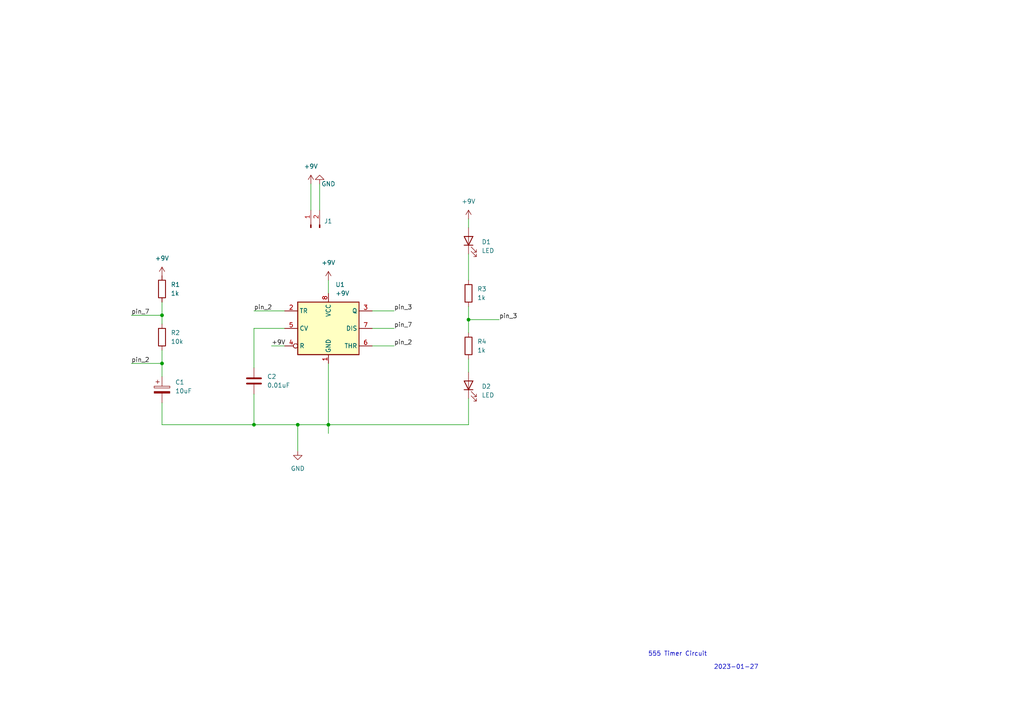
<source format=kicad_sch>
(kicad_sch (version 20211123) (generator eeschema)
  (paper "A4")
  (lib_symbols
    (symbol "Connector:Conn_01x02_Male" (pin_names (offset 1.016) hide)
      (property "Reference" "J" (at 0 2.54 0))
      (property "Value" "Conn_01x02_Male" (at 0 -5.08 0))
      (symbol "Conn_01x02_Male_1_1"
        (polyline (pts (xy 1.27 -2.54) (xy 0.8636 -2.54)) (stroke (width 0.1524)))
        (polyline (pts (xy 1.27 0) (xy 0.8636 0)) (stroke (width 0.1524)))
        (rectangle (start 0.8636 -2.413) (end 0 -2.667) (stroke (width 0.1524)) (fill (type outline)))
        (rectangle (start 0.8636 0.127) (end 0 -0.127) (stroke (width 0.1524)) (fill (type outline)))
        (pin passive line (at 5.08 0 180) (length 3.81) (name "Pin_1") (number "1"))
        (pin passive line (at 5.08 -2.54 180) (length 3.81) (name "Pin_2") (number "2"))
      )
    )
    (symbol "Device:C" (pin_numbers hide) (pin_names (offset 0.254))
      (property "Reference" "C" (at 0.635 2.54 0))
      (property "Value" "C" (at 0.635 -2.54 0))
      (symbol "C_0_1"
        (polyline (pts (xy -2.032 -0.762) (xy 2.032 -0.762)) (stroke (width 0.508)))
        (polyline (pts (xy -2.032 0.762) (xy 2.032 0.762)) (stroke (width 0.508)))
      )
      (symbol "C_1_1"
        (pin passive line (at 0 3.81 270) (length 2.794) (name "~") (number "1"))
        (pin passive line (at 0 -3.81 90) (length 2.794) (name "~") (number "2"))
      )
    )
    (symbol "Device:C_Polarized" (pin_numbers hide) (pin_names (offset 0.254))
      (property "Reference" "C" (at 0.635 2.54 0))
      (property "Value" "C_Polarized" (at 0.635 -2.54 0))
      (symbol "C_Polarized_0_1"
        (rectangle (start -2.286 0.508) (end 2.286 1.016))
        (polyline (pts (xy -1.778 2.286) (xy -0.762 2.286)))
        (polyline (pts (xy -1.27 2.794) (xy -1.27 1.778)))
        (rectangle (start 2.286 -0.508) (end -2.286 -1.016) (fill (type outline)))
      )
      (symbol "C_Polarized_1_1"
        (pin passive line (at 0 3.81 270) (length 2.794) (name "~") (number "1"))
        (pin passive line (at 0 -3.81 90) (length 2.794) (name "~") (number "2"))
      )
    )
    (symbol "Device:LED" (pin_numbers hide) (pin_names (offset 1.016) hide)
      (property "Reference" "D" (at 0 2.54 0))
      (property "Value" "LED" (at 0 -2.54 0))
      (symbol "LED_0_1"
        (polyline (pts (xy -1.27 -1.27) (xy -1.27 1.27)) (stroke (width 0.254)))
        (polyline (pts (xy -1.27 0) (xy 1.27 0)))
        (polyline (pts (xy 1.27 -1.27) (xy 1.27 1.27) (xy -1.27 0) (xy 1.27 -1.27)) (stroke (width 0.254)))
        (polyline (pts (xy -3.048 -0.762) (xy -4.572 -2.286) (xy -3.81 -2.286) (xy -4.572 -2.286) (xy -4.572 -1.524)))
        (polyline (pts (xy -1.778 -0.762) (xy -3.302 -2.286) (xy -2.54 -2.286) (xy -3.302 -2.286) (xy -3.302 -1.524)))
      )
      (symbol "LED_1_1"
        (pin passive line (at -3.81 0 0) (length 2.54) (name "K") (number "1"))
        (pin passive line (at 3.81 0 180) (length 2.54) (name "A") (number "2"))
      )
    )
    (symbol "Device:R" (pin_numbers hide) (pin_names (offset 0))
      (property "Reference" "R" (at 2.032 0 90))
      (property "Value" "R" (at 0 0 90))
      (symbol "R_0_1"
        (rectangle (start -1.016 -2.54) (end 1.016 2.54) (stroke (width 0.254)))
      )
      (symbol "R_1_1"
        (pin passive line (at 0 3.81 270) (length 1.27) (name "~") (number "1"))
        (pin passive line (at 0 -3.81 90) (length 1.27) (name "~") (number "2"))
      )
    )
    (symbol "Timer:NE555D"
      (property "Reference" "U" (at -10.16 8.89 0))
      (property "Value" "NE555D" (at 2.54 8.89 0))
      (symbol "NE555D_0_0"
        (pin power_in line (at 0 -10.16 90) (length 2.54) (name "GND") (number "1"))
        (pin power_in line (at 0 10.16 270) (length 2.54) (name "VCC") (number "8"))
      )
      (symbol "NE555D_0_1"
        (rectangle (start -8.89 -7.62) (end 8.89 7.62) (stroke (width 0.254)) (fill (type background)))
        (rectangle (start -8.89 -7.62) (end 8.89 7.62) (stroke (width 0.254)) (fill (type background)))
      )
      (symbol "NE555D_1_1"
        (pin input line (at -12.7 5.08 0) (length 3.81) (name "TR") (number "2"))
        (pin output line (at 12.7 5.08 180) (length 3.81) (name "Q") (number "3"))
        (pin input inverted (at -12.7 -5.08 0) (length 3.81) (name "R") (number "4"))
        (pin input line (at -12.7 0 0) (length 3.81) (name "CV") (number "5"))
        (pin input line (at 12.7 -5.08 180) (length 3.81) (name "THR") (number "6"))
        (pin input line (at 12.7 0 180) (length 3.81) (name "DIS") (number "7"))
      )
    )
    (symbol "power:+9V" (power) (pin_names (offset 0))
      (property "Value" "+9V" (at 0 3.556 0))
      (symbol "+9V_0_1"
        (polyline (pts (xy -0.762 1.27) (xy 0 2.54)))
        (polyline (pts (xy 0 0) (xy 0 2.54)))
        (polyline (pts (xy 0 2.54) (xy 0.762 1.27)))
      )
      (symbol "+9V_1_1"
        (pin power_in line (at 0 0 90) (length 0) hide (name "+9V") (number "1"))
      )
    )
    (symbol "power:GND" (power) (pin_names (offset 0))
      (property "Value" "GND" (at 0 -3.81 0))
      (symbol "GND_0_1"
        (polyline (pts (xy 0 0) (xy 0 -1.27) (xy 1.27 -1.27) (xy 0 -2.54) (xy -1.27 -1.27) (xy 0 -1.27)))
      )
      (symbol "GND_1_1"
        (pin power_in line (at 0 0 270) (length 0) hide (name "GND") (number "1"))
      )
    )
  )
  (junction (at 46.99 105.41))
  (junction (at 95.25 123.19))
  (junction (at 135.89 92.71))
  (junction (at 73.66 123.19))
  (junction (at 46.99 91.44))
  (junction (at 86.36 123.19))
  (wire (pts (xy 73.66 90.17) (xy 82.55 90.17)))
  (wire (pts (xy 135.89 115.57) (xy 135.89 123.19)))
  (wire (pts (xy 73.66 123.19) (xy 86.36 123.19)))
  (wire (pts (xy 135.89 73.66) (xy 135.89 81.28)))
  (wire (pts (xy 46.99 101.6) (xy 46.99 105.41)))
  (wire (pts (xy 135.89 88.9) (xy 135.89 92.71)))
  (wire (pts (xy 135.89 104.14) (xy 135.89 107.95)))
  (wire (pts (xy 78.74 100.33) (xy 82.55 100.33)))
  (wire (pts (xy 46.99 116.84) (xy 46.99 123.19)))
  (wire (pts (xy 73.66 95.25) (xy 73.66 106.68)))
  (wire (pts (xy 46.99 123.19) (xy 73.66 123.19)))
  (wire (pts (xy 135.89 63.5) (xy 135.89 66.04)))
  (wire (pts (xy 95.25 123.19) (xy 135.89 123.19)))
  (wire (pts (xy 135.89 92.71) (xy 135.89 96.52)))
  (wire (pts (xy 107.95 90.17) (xy 114.3 90.17)))
  (wire (pts (xy 82.55 95.25) (xy 73.66 95.25)))
  (wire (pts (xy 86.36 123.19) (xy 86.36 130.81)))
  (wire (pts (xy 38.1 91.44) (xy 46.99 91.44)))
  (wire (pts (xy 46.99 91.44) (xy 46.99 93.98)))
  (wire (pts (xy 90.17 53.34) (xy 90.17 60.96)))
  (wire (pts (xy 92.71 53.34) (xy 92.71 60.96)))
  (wire (pts (xy 95.25 125.73) (xy 95.25 123.19)))
  (wire (pts (xy 73.66 114.3) (xy 73.66 123.19)))
  (wire (pts (xy 46.99 105.41) (xy 46.99 109.22)))
  (wire (pts (xy 107.95 95.25) (xy 114.3 95.25)))
  (wire (pts (xy 107.95 100.33) (xy 114.3 100.33)))
  (wire (pts (xy 46.99 87.63) (xy 46.99 91.44)))
  (wire (pts (xy 86.36 123.19) (xy 95.25 123.19)))
  (wire (pts (xy 38.1 105.41) (xy 46.99 105.41)))
  (wire (pts (xy 95.25 81.28) (xy 95.25 85.09)))
  (wire (pts (xy 95.25 105.41) (xy 95.25 123.19)))
  (wire (pts (xy 135.89 92.71) (xy 144.78 92.71)))
  (text "2023-01-27\n" (at 207.01 194.31 0) (effects (font (size 1.27 1.27)) (justify left bottom)))
  (text "555 Timer Circuit" (at 187.96 190.5 0) (effects (font (size 1.27 1.27)) (justify left bottom)))
  (label "pin_7" (at 114.3 95.25 0))
  (label "pin_2" (at 73.66 90.17 0))
  (label "pin_2" (at 38.1 105.41 0))
  (label "+9V" (at 78.74 100.33 0))
  (label "pin_3" (at 114.3 90.17 0))
  (label "pin_7" (at 38.1 91.44 0))
  (label "pin_3" (at 144.78 92.71 0))
  (label "pin_2" (at 114.3 100.33 0))
  (symbol (lib_id "Timer:NE555D") (at 95.25 95.25 0) (unit 1)
    (property "Reference" "U1" (at 97.2694 82.55 0) (effects (justify left)))
    (property "Value" "+9V" (at 97.2694 85.09 0) (effects (justify left)))
    (property "Footprint" "Package_SO:SOIC-8-1EP_3.9x4.9mm_P1.27mm_EP2.29x3mm" (effects hide))
    (property "Datasheet" "http://www.ti.com/lit/ds/symlink/ne555.pdf" (effects hide))
  )
  (symbol (lib_id "Device:R") (at 46.99 83.82 0) (unit 1)
    (property "Reference" "R1" (at 49.53 82.5499 0) (effects (justify left)))
    (property "Value" "1k" (at 49.53 85.0899 0) (effects (justify left)))
    (property "Footprint" "Resistor_SMD:R_0805_2012Metric_Pad1.20x1.40mm_HandSolder" (effects hide))
  )
  (symbol (lib_id "Device:R") (at 135.89 85.09 0) (unit 1)
    (property "Reference" "R3" (at 138.43 83.8199 0) (effects (justify left)))
    (property "Value" "1k" (at 138.43 86.3599 0) (effects (justify left)))
    (property "Footprint" "Resistor_SMD:R_0805_2012Metric_Pad1.20x1.40mm_HandSolder" (effects hide))
  )
  (symbol (lib_id "Device:LED") (at 135.89 111.76 90) (unit 1)
    (property "Reference" "D2" (at 139.7 112.0774 90) (effects (justify right)))
    (property "Value" "LED" (at 139.7 114.6174 90) (effects (justify right)))
    (property "Footprint" "LED_SMD:LED_1206_3216Metric_Pad1.42x1.75mm_HandSolder" (effects hide))
  )
  (symbol (lib_id "power:+9V") (at 135.89 63.5 0) (unit 1)
    (property "Reference" "#PWR06" (effects hide))
    (property "Value" "+9V" (at 135.89 58.42 0))
  )
  (symbol (lib_id "power:+9V") (at 95.25 81.28 0) (unit 1)
    (property "Reference" "#PWR05" (effects hide))
    (property "Value" "+9V" (at 95.25 76.2 0))
  )
  (symbol (lib_id "power:+9V") (at 46.99 80.01 0) (unit 1)
    (property "Reference" "#PWR01" (effects hide))
    (property "Value" "+9V" (at 46.99 74.93 0))
  )
  (symbol (lib_id "Connector:Conn_01x02_Male") (at 90.17 66.04 90) (unit 1)
    (property "Reference" "J1" (at 93.98 64.1349 90) (effects (justify right)))
    (property "Value" " " (at 93.98 66.6749 90) (effects (justify right)))
    (property "Footprint" "TerminalBlock:TerminalBlock_bornier-2_P5.08mm" (effects hide))
  )
  (symbol (lib_id "Device:C_Polarized") (at 46.99 113.03 0) (unit 1)
    (property "Reference" "C1" (at 50.8 110.8709 0) (effects (justify left)))
    (property "Value" "10uF" (at 50.8 113.4109 0) (effects (justify left)))
    (property "Footprint" "Capacitor_Tantalum_SMD:CP_EIA-3216-12_Kemet-S_Pad1.58x1.35mm_HandSolder" (effects hide))
  )
  (symbol (lib_id "Device:R") (at 135.89 100.33 0) (unit 1)
    (property "Reference" "R4" (at 138.43 99.0599 0) (effects (justify left)))
    (property "Value" "1k" (at 138.43 101.5999 0) (effects (justify left)))
    (property "Footprint" "Resistor_SMD:R_0805_2012Metric_Pad1.20x1.40mm_HandSolder" (effects hide))
  )
  (symbol (lib_id "Device:C") (at 73.66 110.49 0) (unit 1)
    (property "Reference" "C2" (at 77.47 109.2199 0) (effects (justify left)))
    (property "Value" "0.01uF" (at 77.47 111.7599 0) (effects (justify left)))
    (property "Footprint" "Capacitor_SMD:C_0805_2012Metric_Pad1.18x1.45mm_HandSolder" (effects hide))
  )
  (symbol (lib_id "power:GND") (at 92.71 53.34 180) (unit 1)
    (property "Reference" "#PWR04" (effects hide))
    (property "Value" "GND" (at 95.25 53.34 0))
  )
  (symbol (lib_id "Device:R") (at 46.99 97.79 0) (unit 1)
    (property "Reference" "R2" (at 49.53 96.5199 0) (effects (justify left)))
    (property "Value" "10k" (at 49.53 99.0599 0) (effects (justify left)))
    (property "Footprint" "Resistor_SMD:R_0805_2012Metric_Pad1.20x1.40mm_HandSolder" (effects hide))
  )
  (symbol (lib_id "Device:LED") (at 135.89 69.85 90) (unit 1)
    (property "Reference" "D1" (at 139.7 70.1674 90) (effects (justify right)))
    (property "Value" "LED" (at 139.7 72.7074 90) (effects (justify right)))
    (property "Footprint" "LED_SMD:LED_1206_3216Metric_Pad1.42x1.75mm_HandSolder" (effects hide))
  )
  (symbol (lib_id "power:+9V") (at 90.17 53.34 0) (unit 1)
    (property "Reference" "#PWR03" (effects hide))
    (property "Value" "+9V" (at 90.17 48.26 0))
  )
  (symbol (lib_id "power:GND") (at 86.36 130.81 0) (unit 1)
    (property "Reference" "#PWR02" (effects hide))
    (property "Value" "GND" (at 86.36 135.89 0))
  )
)
</source>
